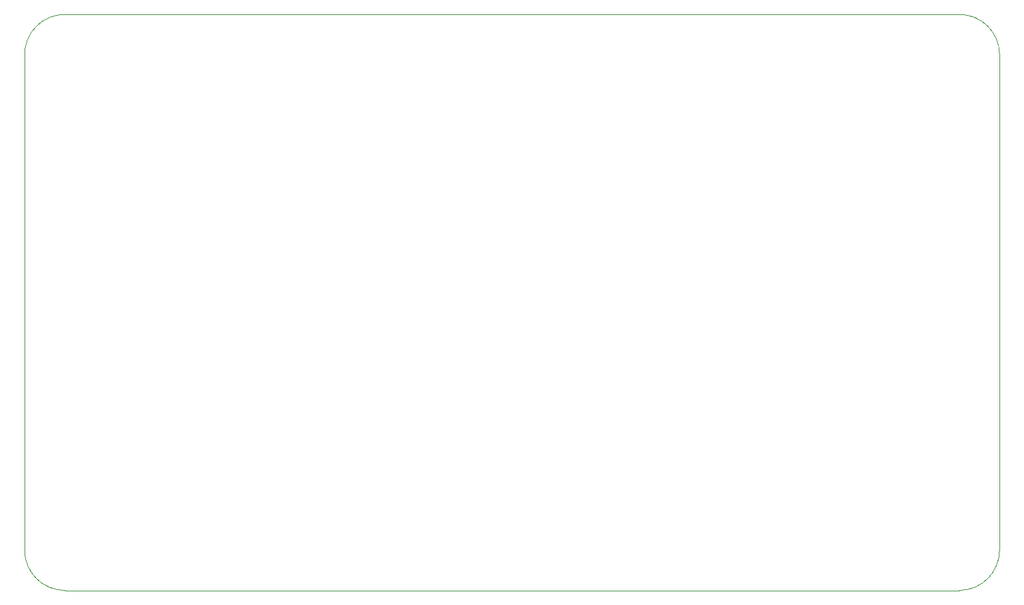
<source format=gm1>
%TF.GenerationSoftware,KiCad,Pcbnew,9.0.1*%
%TF.CreationDate,2025-04-10T10:54:35+02:00*%
%TF.ProjectId,mainboard_pcb,6d61696e-626f-4617-9264-5f7063622e6b,rev?*%
%TF.SameCoordinates,Original*%
%TF.FileFunction,Profile,NP*%
%FSLAX46Y46*%
G04 Gerber Fmt 4.6, Leading zero omitted, Abs format (unit mm)*
G04 Created by KiCad (PCBNEW 9.0.1) date 2025-04-10 10:54:35*
%MOMM*%
%LPD*%
G01*
G04 APERTURE LIST*
%TA.AperFunction,Profile*%
%ADD10C,0.050000*%
%TD*%
G04 APERTURE END LIST*
D10*
X219000000Y-111500000D02*
X108000000Y-111500000D01*
X103000000Y-45000000D02*
G75*
G02*
X108000000Y-40000000I5000000J0D01*
G01*
X224000000Y-45000000D02*
X224000000Y-106500000D01*
X108000000Y-40000000D02*
X219000000Y-40000000D01*
X103000000Y-106500000D02*
X103000000Y-45000000D01*
X108000000Y-111500000D02*
G75*
G02*
X103000000Y-106500000I0J5000000D01*
G01*
X224000000Y-106500000D02*
G75*
G02*
X219000000Y-111500000I-5000000J0D01*
G01*
X219000000Y-40000000D02*
G75*
G02*
X224000000Y-45000000I0J-5000000D01*
G01*
M02*

</source>
